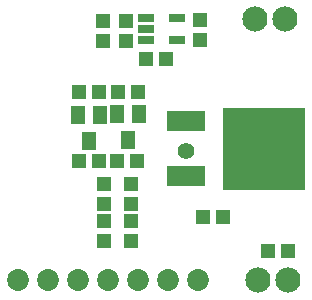
<source format=gts>
G75*
G70*
%OFA0B0*%
%FSLAX24Y24*%
%IPPOS*%
%LPD*%
%AMOC8*
5,1,8,0,0,1.08239X$1,22.5*
%
%ADD10R,0.0513X0.0474*%
%ADD11R,0.0552X0.0297*%
%ADD12R,0.2718X0.2718*%
%ADD13R,0.1261X0.0710*%
%ADD14C,0.0840*%
%ADD15C,0.0730*%
%ADD16R,0.0474X0.0631*%
%ADD17R,0.0474X0.0513*%
%ADD18C,0.0555*%
D10*
X004535Y006380D03*
X004535Y007050D03*
X004555Y007620D03*
X004555Y008290D03*
X005455Y008290D03*
X005455Y007620D03*
X005435Y007050D03*
X005435Y006380D03*
X007841Y007205D03*
X008510Y007205D03*
X010021Y006055D03*
X010690Y006055D03*
X006620Y012445D03*
X005951Y012445D03*
X004508Y013070D03*
X004508Y013739D03*
D11*
X005944Y013829D03*
X005944Y013455D03*
X005944Y013081D03*
X006967Y013081D03*
X006967Y013829D03*
D12*
X009897Y009455D03*
D13*
X007298Y008570D03*
X007298Y010381D03*
D14*
X009575Y013785D03*
X010575Y013785D03*
X010696Y005086D03*
X009696Y005086D03*
D15*
X001695Y005085D03*
X002695Y005085D03*
X003695Y005085D03*
X004695Y005085D03*
X005695Y005085D03*
X006695Y005085D03*
X007695Y005085D03*
D16*
X005345Y009745D03*
X004971Y010611D03*
X004419Y010608D03*
X004045Y009742D03*
X003671Y010608D03*
X005719Y010611D03*
D17*
X005680Y011375D03*
X005011Y011375D03*
X004380Y011375D03*
X003711Y011375D03*
X003721Y009045D03*
X004390Y009045D03*
X004981Y009065D03*
X005650Y009065D03*
X005290Y013070D03*
X005290Y013739D03*
X007755Y013767D03*
X007755Y013098D03*
D18*
X007295Y009385D03*
M02*

</source>
